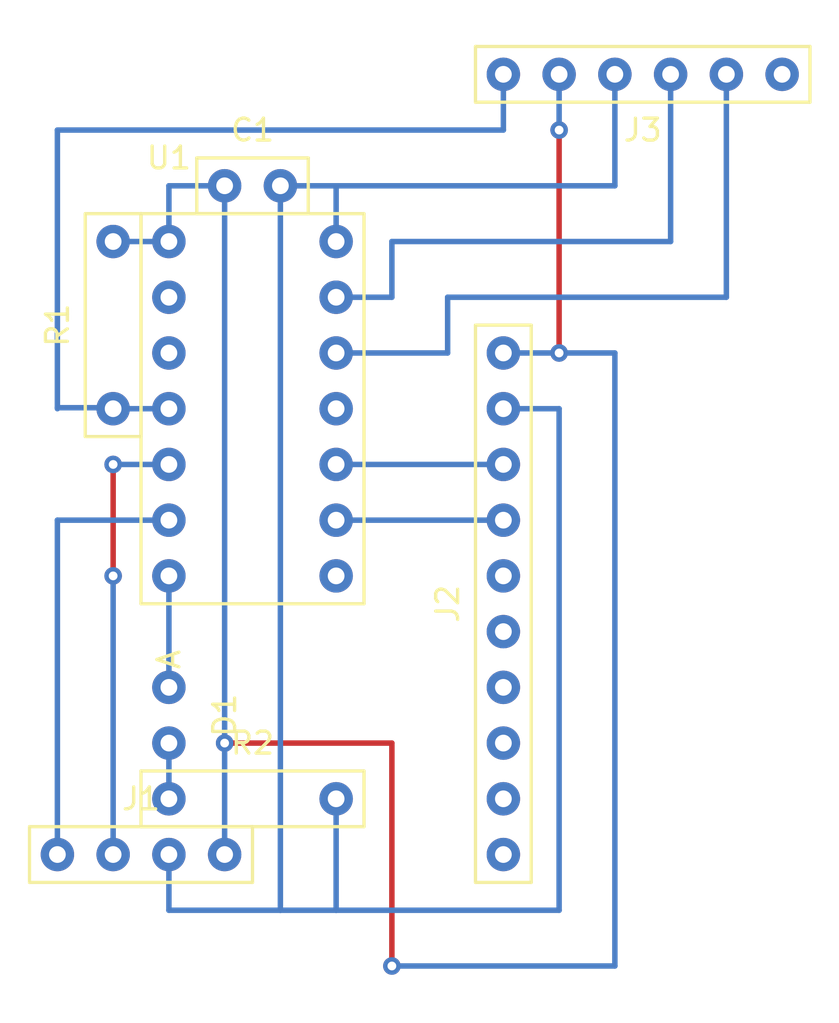
<source format=kicad_pcb>
(kicad_pcb (version 20171130) (host pcbnew "(5.1.6)-1")

  (general
    (thickness 1.6)
    (drawings 4)
    (tracks 54)
    (zones 0)
    (modules 8)
    (nets 23)
  )

  (page A4)
  (layers
    (0 F.Cu signal)
    (31 B.Cu signal)
    (32 B.Adhes user)
    (33 F.Adhes user)
    (34 B.Paste user)
    (35 F.Paste user)
    (36 B.SilkS user)
    (37 F.SilkS user)
    (38 B.Mask user)
    (39 F.Mask user)
    (40 Dwgs.User user)
    (41 Cmts.User user)
    (42 Eco1.User user)
    (43 Eco2.User user)
    (44 Edge.Cuts user)
    (45 Margin user)
    (46 B.CrtYd user)
    (47 F.CrtYd user)
    (48 B.Fab user)
    (49 F.Fab user)
  )

  (setup
    (last_trace_width 0.25)
    (trace_clearance 0.2)
    (zone_clearance 0.508)
    (zone_45_only no)
    (trace_min 0.2)
    (via_size 0.8)
    (via_drill 0.4)
    (via_min_size 0.4)
    (via_min_drill 0.3)
    (uvia_size 0.3)
    (uvia_drill 0.1)
    (uvias_allowed no)
    (uvia_min_size 0.2)
    (uvia_min_drill 0.1)
    (edge_width 0.05)
    (segment_width 0.2)
    (pcb_text_width 0.3)
    (pcb_text_size 1.5 1.5)
    (mod_edge_width 0.12)
    (mod_text_size 1 1)
    (mod_text_width 0.15)
    (pad_size 1.524 1.524)
    (pad_drill 0.762)
    (pad_to_mask_clearance 0.05)
    (aux_axis_origin 0 0)
    (visible_elements FFFFFF7F)
    (pcbplotparams
      (layerselection 0x010fc_ffffffff)
      (usegerberextensions false)
      (usegerberattributes true)
      (usegerberadvancedattributes true)
      (creategerberjobfile true)
      (excludeedgelayer true)
      (linewidth 0.100000)
      (plotframeref false)
      (viasonmask false)
      (mode 1)
      (useauxorigin false)
      (hpglpennumber 1)
      (hpglpenspeed 20)
      (hpglpendiameter 15.000000)
      (psnegative false)
      (psa4output false)
      (plotreference true)
      (plotvalue true)
      (plotinvisibletext false)
      (padsonsilk false)
      (subtractmaskfromsilk false)
      (outputformat 1)
      (mirror false)
      (drillshape 1)
      (scaleselection 1)
      (outputdirectory ""))
  )

  (net 0 "")
  (net 1 GND)
  (net 2 +5V)
  (net 3 "Net-(D1-Pad1)")
  (net 4 "Net-(D1-Pad2)")
  (net 5 RX)
  (net 6 TX)
  (net 7 "Net-(J2-Pad3)")
  (net 8 "Net-(J2-Pad4)")
  (net 9 "Net-(J2-Pad5)")
  (net 10 "Net-(J2-Pad6)")
  (net 11 "Net-(J2-Pad7)")
  (net 12 "Net-(J2-Pad8)")
  (net 13 "Net-(J2-Pad9)")
  (net 14 "Net-(J2-Pad10)")
  (net 15 "Net-(J3-Pad1)")
  (net 16 "Net-(J3-Pad4)")
  (net 17 "Net-(J3-Pad5)")
  (net 18 "Net-(J3-Pad6)")
  (net 19 "Net-(U1-Pad2)")
  (net 20 "Net-(U1-Pad3)")
  (net 21 "Net-(U1-Pad11)")
  (net 22 "Net-(U1-Pad8)")

  (net_class Default "This is the default net class."
    (clearance 0.2)
    (trace_width 0.25)
    (via_dia 0.8)
    (via_drill 0.4)
    (uvia_dia 0.3)
    (uvia_drill 0.1)
    (add_net +5V)
    (add_net GND)
    (add_net "Net-(D1-Pad1)")
    (add_net "Net-(D1-Pad2)")
    (add_net "Net-(J2-Pad10)")
    (add_net "Net-(J2-Pad3)")
    (add_net "Net-(J2-Pad4)")
    (add_net "Net-(J2-Pad5)")
    (add_net "Net-(J2-Pad6)")
    (add_net "Net-(J2-Pad7)")
    (add_net "Net-(J2-Pad8)")
    (add_net "Net-(J2-Pad9)")
    (add_net "Net-(J3-Pad1)")
    (add_net "Net-(J3-Pad4)")
    (add_net "Net-(J3-Pad5)")
    (add_net "Net-(J3-Pad6)")
    (add_net "Net-(U1-Pad11)")
    (add_net "Net-(U1-Pad2)")
    (add_net "Net-(U1-Pad3)")
    (add_net "Net-(U1-Pad8)")
    (add_net RX)
    (add_net TX)
  )

  (module pic16f1:LED (layer F.Cu) (tedit 5B458FF7) (tstamp 5F468596)
    (at 134.62 110.49 90)
    (path /5F3277AB)
    (fp_text reference D1 (at 0 2.54 90) (layer F.SilkS)
      (effects (font (size 1 1) (thickness 0.15)))
    )
    (fp_text value LED (at 0 -2.54 90) (layer F.Fab)
      (effects (font (size 1 1) (thickness 0.15)))
    )
    (fp_text user A (at 2.54 0 90) (layer F.SilkS)
      (effects (font (size 1 1) (thickness 0.15)))
    )
    (pad 1 thru_hole circle (at -1.27 0 90) (size 1.524 1.524) (drill 0.762) (layers *.Cu *.Mask)
      (net 3 "Net-(D1-Pad1)"))
    (pad 2 thru_hole circle (at 1.27 0 90) (size 1.524 1.524) (drill 0.762) (layers *.Cu *.Mask)
      (net 4 "Net-(D1-Pad2)"))
  )

  (module pic16f1:Capacitor (layer F.Cu) (tedit 5B459378) (tstamp 5F468A1B)
    (at 138.43 86.36 180)
    (path /5F326DD0)
    (fp_text reference C1 (at 0 2.54) (layer F.SilkS)
      (effects (font (size 1 1) (thickness 0.15)))
    )
    (fp_text value 0.1uF (at 0 -2.54) (layer F.Fab)
      (effects (font (size 1 1) (thickness 0.15)))
    )
    (fp_line (start 2.54 -1.27) (end -2.54 -1.27) (layer F.SilkS) (width 0.15))
    (fp_line (start 2.54 1.27) (end 2.54 -1.27) (layer F.SilkS) (width 0.15))
    (fp_line (start -2.54 1.27) (end 2.54 1.27) (layer F.SilkS) (width 0.15))
    (fp_line (start -2.54 -1.27) (end -2.54 1.27) (layer F.SilkS) (width 0.15))
    (pad 1 thru_hole circle (at -1.27 0 180) (size 1.524 1.524) (drill 0.762) (layers *.Cu *.Mask)
      (net 1 GND))
    (pad 2 thru_hole circle (at 1.27 0 180) (size 1.524 1.524) (drill 0.762) (layers *.Cu *.Mask)
      (net 2 +5V))
  )

  (module mcu:pin-socket-4p (layer F.Cu) (tedit 5B668240) (tstamp 5F4689CE)
    (at 133.35 116.84 180)
    (path /5F3298AC)
    (fp_text reference J1 (at 0 2.54) (layer F.SilkS)
      (effects (font (size 1 1) (thickness 0.15)))
    )
    (fp_text value Conn_01x04 (at 0 -2.54) (layer F.Fab)
      (effects (font (size 1 1) (thickness 0.15)))
    )
    (fp_line (start 5.08 -1.27) (end -5.08 -1.27) (layer F.SilkS) (width 0.15))
    (fp_line (start 5.08 1.27) (end 5.08 -1.27) (layer F.SilkS) (width 0.15))
    (fp_line (start -5.08 1.27) (end 5.08 1.27) (layer F.SilkS) (width 0.15))
    (fp_line (start -5.08 -1.27) (end -5.08 1.27) (layer F.SilkS) (width 0.15))
    (pad 1 thru_hole circle (at -3.81 0 180) (size 1.524 1.524) (drill 0.762) (layers *.Cu *.Mask)
      (net 2 +5V))
    (pad 2 thru_hole circle (at -1.27 0 180) (size 1.524 1.524) (drill 0.762) (layers *.Cu *.Mask)
      (net 1 GND))
    (pad 3 thru_hole circle (at 1.27 0 180) (size 1.524 1.524) (drill 0.762) (layers *.Cu *.Mask)
      (net 5 RX))
    (pad 4 thru_hole circle (at 3.81 0 180) (size 1.524 1.524) (drill 0.762) (layers *.Cu *.Mask)
      (net 6 TX))
  )

  (module "mcu:Pin Header 10P" (layer F.Cu) (tedit 5B459280) (tstamp 5F468C73)
    (at 149.86 105.41 270)
    (path /5F33B501)
    (fp_text reference J2 (at 0 2.54 90) (layer F.SilkS)
      (effects (font (size 1 1) (thickness 0.15)))
    )
    (fp_text value Conn_01x10 (at 0 -2.54 90) (layer F.Fab)
      (effects (font (size 1 1) (thickness 0.15)))
    )
    (fp_line (start 12.7 -1.27) (end -12.7 -1.27) (layer F.SilkS) (width 0.15))
    (fp_line (start 12.7 1.27) (end 12.7 -1.27) (layer F.SilkS) (width 0.15))
    (fp_line (start -12.7 1.27) (end 12.7 1.27) (layer F.SilkS) (width 0.15))
    (fp_line (start -12.7 -1.27) (end -12.7 1.27) (layer F.SilkS) (width 0.15))
    (pad 1 thru_hole circle (at -11.43 0 270) (size 1.524 1.524) (drill 0.762) (layers *.Cu *.Mask)
      (net 2 +5V))
    (pad 2 thru_hole circle (at -8.89 0 270) (size 1.524 1.524) (drill 0.762) (layers *.Cu *.Mask)
      (net 1 GND))
    (pad 3 thru_hole circle (at -6.35 0 270) (size 1.524 1.524) (drill 0.762) (layers *.Cu *.Mask)
      (net 7 "Net-(J2-Pad3)"))
    (pad 4 thru_hole circle (at -3.81 0 270) (size 1.524 1.524) (drill 0.762) (layers *.Cu *.Mask)
      (net 8 "Net-(J2-Pad4)"))
    (pad 5 thru_hole circle (at -1.27 0 270) (size 1.524 1.524) (drill 0.762) (layers *.Cu *.Mask)
      (net 9 "Net-(J2-Pad5)"))
    (pad 6 thru_hole circle (at 1.27 0 270) (size 1.524 1.524) (drill 0.762) (layers *.Cu *.Mask)
      (net 10 "Net-(J2-Pad6)"))
    (pad 7 thru_hole circle (at 3.81 0 270) (size 1.524 1.524) (drill 0.762) (layers *.Cu *.Mask)
      (net 11 "Net-(J2-Pad7)"))
    (pad 8 thru_hole circle (at 6.35 0 270) (size 1.524 1.524) (drill 0.762) (layers *.Cu *.Mask)
      (net 12 "Net-(J2-Pad8)"))
    (pad 9 thru_hole circle (at 8.89 0 270) (size 1.524 1.524) (drill 0.762) (layers *.Cu *.Mask)
      (net 13 "Net-(J2-Pad9)"))
    (pad 10 thru_hole circle (at 11.43 0 270) (size 1.524 1.524) (drill 0.762) (layers *.Cu *.Mask)
      (net 14 "Net-(J2-Pad10)"))
  )

  (module pic16f1:Register (layer F.Cu) (tedit 5B472301) (tstamp 5F4685D6)
    (at 132.08 92.71 90)
    (path /5F325C35)
    (fp_text reference R1 (at 0 -2.54 90) (layer F.SilkS)
      (effects (font (size 1 1) (thickness 0.15)))
    )
    (fp_text value 51k (at 0 2.54 90) (layer F.Fab)
      (effects (font (size 1 1) (thickness 0.15)))
    )
    (fp_line (start 5.08 1.27) (end 5.08 -1.27) (layer F.SilkS) (width 0.15))
    (fp_line (start -5.08 1.27) (end 5.08 1.27) (layer F.SilkS) (width 0.15))
    (fp_line (start -5.08 -1.27) (end -5.08 1.27) (layer F.SilkS) (width 0.15))
    (fp_line (start -5.08 -1.27) (end 5.08 -1.27) (layer F.SilkS) (width 0.15))
    (pad 1 thru_hole circle (at -3.81 0 90) (size 1.524 1.524) (drill 0.762) (layers *.Cu *.Mask)
      (net 15 "Net-(J3-Pad1)"))
    (pad 2 thru_hole circle (at 3.81 0 90) (size 1.524 1.524) (drill 0.762) (layers *.Cu *.Mask)
      (net 2 +5V))
  )

  (module pic16f1:Register (layer F.Cu) (tedit 5B472301) (tstamp 5F4685E0)
    (at 138.43 114.3)
    (path /5F328950)
    (fp_text reference R2 (at 0 -2.54) (layer F.SilkS)
      (effects (font (size 1 1) (thickness 0.15)))
    )
    (fp_text value 1k (at 0 2.54) (layer F.Fab)
      (effects (font (size 1 1) (thickness 0.15)))
    )
    (fp_line (start -5.08 -1.27) (end 5.08 -1.27) (layer F.SilkS) (width 0.15))
    (fp_line (start -5.08 -1.27) (end -5.08 1.27) (layer F.SilkS) (width 0.15))
    (fp_line (start -5.08 1.27) (end 5.08 1.27) (layer F.SilkS) (width 0.15))
    (fp_line (start 5.08 1.27) (end 5.08 -1.27) (layer F.SilkS) (width 0.15))
    (pad 2 thru_hole circle (at 3.81 0) (size 1.524 1.524) (drill 0.762) (layers *.Cu *.Mask)
      (net 1 GND))
    (pad 1 thru_hole circle (at -3.81 0) (size 1.524 1.524) (drill 0.762) (layers *.Cu *.Mask)
      (net 3 "Net-(D1-Pad1)"))
  )

  (module pic16f1:ic-pinsocket-14pins (layer F.Cu) (tedit 5AC46BA4) (tstamp 5F4685F6)
    (at 138.43 96.52)
    (path /5F324826)
    (fp_text reference U1 (at -3.81 -11.43) (layer F.SilkS)
      (effects (font (size 1 1) (thickness 0.15)))
    )
    (fp_text value pic16f1825 (at 0 -10.16) (layer F.Fab)
      (effects (font (size 1 1) (thickness 0.15)))
    )
    (fp_line (start -5.08 8.89) (end -5.08 -8.89) (layer F.SilkS) (width 0.15))
    (fp_line (start 5.08 8.89) (end -5.08 8.89) (layer F.SilkS) (width 0.15))
    (fp_line (start 5.08 -8.89) (end 5.08 8.89) (layer F.SilkS) (width 0.15))
    (fp_line (start -5.08 -8.89) (end 5.08 -8.89) (layer F.SilkS) (width 0.15))
    (pad 1 thru_hole circle (at -3.81 -7.62) (size 1.524 1.524) (drill 0.762) (layers *.Cu *.Mask)
      (net 2 +5V))
    (pad 14 thru_hole circle (at 3.81 -7.62) (size 1.524 1.524) (drill 0.762) (layers *.Cu *.Mask)
      (net 1 GND))
    (pad 2 thru_hole circle (at -3.81 -5.08) (size 1.524 1.524) (drill 0.762) (layers *.Cu *.Mask)
      (net 19 "Net-(U1-Pad2)"))
    (pad 13 thru_hole circle (at 3.81 -5.08) (size 1.524 1.524) (drill 0.762) (layers *.Cu *.Mask)
      (net 16 "Net-(J3-Pad4)"))
    (pad 3 thru_hole circle (at -3.81 -2.54) (size 1.524 1.524) (drill 0.762) (layers *.Cu *.Mask)
      (net 20 "Net-(U1-Pad3)"))
    (pad 12 thru_hole circle (at 3.81 -2.54) (size 1.524 1.524) (drill 0.762) (layers *.Cu *.Mask)
      (net 17 "Net-(J3-Pad5)"))
    (pad 4 thru_hole circle (at -3.81 0) (size 1.524 1.524) (drill 0.762) (layers *.Cu *.Mask)
      (net 15 "Net-(J3-Pad1)"))
    (pad 11 thru_hole circle (at 3.81 0) (size 1.524 1.524) (drill 0.762) (layers *.Cu *.Mask)
      (net 21 "Net-(U1-Pad11)"))
    (pad 5 thru_hole circle (at -3.81 2.54) (size 1.524 1.524) (drill 0.762) (layers *.Cu *.Mask)
      (net 5 RX))
    (pad 10 thru_hole circle (at 3.81 2.54) (size 1.524 1.524) (drill 0.762) (layers *.Cu *.Mask)
      (net 7 "Net-(J2-Pad3)"))
    (pad 6 thru_hole circle (at -3.81 5.08) (size 1.524 1.524) (drill 0.762) (layers *.Cu *.Mask)
      (net 6 TX))
    (pad 9 thru_hole circle (at 3.81 5.08) (size 1.524 1.524) (drill 0.762) (layers *.Cu *.Mask)
      (net 8 "Net-(J2-Pad4)"))
    (pad 7 thru_hole circle (at -3.81 7.62) (size 1.524 1.524) (drill 0.762) (layers *.Cu *.Mask)
      (net 4 "Net-(D1-Pad2)"))
    (pad 8 thru_hole circle (at 3.81 7.62) (size 1.524 1.524) (drill 0.762) (layers *.Cu *.Mask)
      (net 22 "Net-(U1-Pad8)"))
  )

  (module "mcu:Pin Header 6P" (layer F.Cu) (tedit 5B459186) (tstamp 5F468D34)
    (at 156.21 81.28)
    (path /5F4A345B)
    (fp_text reference J3 (at 0 2.54) (layer F.SilkS)
      (effects (font (size 1 1) (thickness 0.15)))
    )
    (fp_text value Conn_01x06 (at 0 -2.54) (layer F.Fab)
      (effects (font (size 1 1) (thickness 0.15)))
    )
    (fp_line (start 7.62 -1.27) (end -7.62 -1.27) (layer F.SilkS) (width 0.15))
    (fp_line (start 7.62 1.27) (end 7.62 -1.27) (layer F.SilkS) (width 0.15))
    (fp_line (start -7.62 1.27) (end 7.62 1.27) (layer F.SilkS) (width 0.15))
    (fp_line (start -7.62 -1.27) (end -7.62 1.27) (layer F.SilkS) (width 0.15))
    (pad 1 thru_hole circle (at -6.35 0) (size 1.524 1.524) (drill 0.762) (layers *.Cu *.Mask)
      (net 15 "Net-(J3-Pad1)"))
    (pad 2 thru_hole circle (at -3.81 0) (size 1.524 1.524) (drill 0.762) (layers *.Cu *.Mask)
      (net 2 +5V))
    (pad 3 thru_hole circle (at -1.27 0) (size 1.524 1.524) (drill 0.762) (layers *.Cu *.Mask)
      (net 1 GND))
    (pad 4 thru_hole circle (at 1.27 0) (size 1.524 1.524) (drill 0.762) (layers *.Cu *.Mask)
      (net 16 "Net-(J3-Pad4)"))
    (pad 5 thru_hole circle (at 3.81 0) (size 1.524 1.524) (drill 0.762) (layers *.Cu *.Mask)
      (net 17 "Net-(J3-Pad5)"))
    (pad 6 thru_hole circle (at 6.35 0) (size 1.524 1.524) (drill 0.762) (layers *.Cu *.Mask)
      (net 18 "Net-(J3-Pad6)"))
  )

  (gr_line (start 165.1 78.74) (end 127 78.74) (layer Dwgs.User) (width 0.15) (tstamp 5F4678E6))
  (gr_line (start 165.1 124.46) (end 165.1 78.74) (layer Dwgs.User) (width 0.15) (tstamp 5F4678DD))
  (gr_line (start 127 124.46) (end 165.1 124.46) (layer Dwgs.User) (width 0.15) (tstamp 5F4678E0))
  (gr_line (start 127 78.74) (end 127 124.46) (layer Dwgs.User) (width 0.15) (tstamp 5F4678E3))

  (segment (start 139.7 86.36) (end 142.24 86.36) (width 0.25) (layer B.Cu) (net 1))
  (segment (start 142.24 86.36) (end 142.24 88.9) (width 0.25) (layer B.Cu) (net 1))
  (segment (start 139.7 86.36) (end 139.7 119.38) (width 0.25) (layer B.Cu) (net 1))
  (segment (start 139.7 119.38) (end 134.62 119.38) (width 0.25) (layer B.Cu) (net 1))
  (segment (start 134.62 119.38) (end 134.62 116.84) (width 0.25) (layer B.Cu) (net 1))
  (segment (start 142.24 114.3) (end 142.24 119.38) (width 0.25) (layer B.Cu) (net 1))
  (segment (start 142.24 119.38) (end 139.7 119.38) (width 0.25) (layer B.Cu) (net 1))
  (segment (start 142.24 86.36) (end 154.94 86.36) (width 0.25) (layer B.Cu) (net 1))
  (segment (start 154.94 86.36) (end 154.94 81.28) (width 0.25) (layer B.Cu) (net 1))
  (segment (start 149.86 96.52) (end 152.4 96.52) (width 0.25) (layer B.Cu) (net 1))
  (segment (start 152.4 96.52) (end 152.4 119.38) (width 0.25) (layer B.Cu) (net 1))
  (segment (start 152.4 119.38) (end 142.24 119.38) (width 0.25) (layer B.Cu) (net 1))
  (segment (start 134.62 88.9) (end 134.62 86.36) (width 0.25) (layer B.Cu) (net 2))
  (segment (start 134.62 86.36) (end 137.16 86.36) (width 0.25) (layer B.Cu) (net 2))
  (segment (start 132.035001 88.855001) (end 132.08 88.9) (width 0.25) (layer B.Cu) (net 2))
  (segment (start 132.08 88.9) (end 134.62 88.9) (width 0.25) (layer B.Cu) (net 2))
  (via (at 137.16 111.76) (size 0.8) (drill 0.4) (layers F.Cu B.Cu) (net 2))
  (segment (start 137.16 111.76) (end 137.16 116.84) (width 0.25) (layer B.Cu) (net 2))
  (segment (start 137.16 86.36) (end 137.16 111.76) (width 0.25) (layer B.Cu) (net 2))
  (segment (start 137.16 111.76) (end 144.78 111.76) (width 0.25) (layer F.Cu) (net 2))
  (segment (start 144.78 111.76) (end 144.78 121.92) (width 0.25) (layer F.Cu) (net 2))
  (via (at 144.78 121.92) (size 0.8) (drill 0.4) (layers F.Cu B.Cu) (net 2))
  (segment (start 144.78 121.92) (end 154.94 121.92) (width 0.25) (layer B.Cu) (net 2))
  (segment (start 154.94 121.92) (end 154.94 93.98) (width 0.25) (layer B.Cu) (net 2))
  (segment (start 154.94 93.98) (end 149.86 93.98) (width 0.25) (layer B.Cu) (net 2))
  (segment (start 152.4 81.28) (end 152.4 83.82) (width 0.25) (layer B.Cu) (net 2))
  (via (at 152.4 83.82) (size 0.8) (drill 0.4) (layers F.Cu B.Cu) (net 2))
  (segment (start 152.4 83.82) (end 152.4 93.98) (width 0.25) (layer F.Cu) (net 2))
  (via (at 152.4 93.98) (size 0.8) (drill 0.4) (layers F.Cu B.Cu) (net 2))
  (segment (start 134.62 111.76) (end 134.62 114.3) (width 0.25) (layer B.Cu) (net 3))
  (segment (start 134.62 104.14) (end 134.62 109.22) (width 0.25) (layer B.Cu) (net 4))
  (segment (start 134.62 99.06) (end 132.08 99.06) (width 0.25) (layer B.Cu) (net 5))
  (via (at 132.08 99.06) (size 0.8) (drill 0.4) (layers F.Cu B.Cu) (net 5))
  (segment (start 132.08 99.06) (end 132.08 104.14) (width 0.25) (layer F.Cu) (net 5))
  (via (at 132.08 104.14) (size 0.8) (drill 0.4) (layers F.Cu B.Cu) (net 5))
  (segment (start 132.08 104.14) (end 132.08 116.84) (width 0.25) (layer B.Cu) (net 5))
  (segment (start 134.62 101.6) (end 129.54 101.6) (width 0.25) (layer B.Cu) (net 6))
  (segment (start 129.54 101.6) (end 129.54 116.84) (width 0.25) (layer B.Cu) (net 6))
  (segment (start 142.24 99.06) (end 149.86 99.06) (width 0.25) (layer B.Cu) (net 7))
  (segment (start 142.24 101.6) (end 149.86 101.6) (width 0.25) (layer B.Cu) (net 8))
  (segment (start 132.035001 96.475001) (end 132.08 96.52) (width 0.25) (layer B.Cu) (net 15))
  (segment (start 129.54 96.475001) (end 132.035001 96.475001) (width 0.25) (layer B.Cu) (net 15))
  (segment (start 132.08 96.52) (end 134.62 96.52) (width 0.25) (layer B.Cu) (net 15))
  (segment (start 149.86 81.28) (end 149.86 83.82) (width 0.25) (layer B.Cu) (net 15))
  (segment (start 129.54 83.82) (end 129.54 96.52) (width 0.25) (layer B.Cu) (net 15))
  (segment (start 149.86 83.82) (end 129.54 83.82) (width 0.25) (layer B.Cu) (net 15))
  (segment (start 142.24 91.44) (end 144.78 91.44) (width 0.25) (layer B.Cu) (net 16))
  (segment (start 144.78 91.44) (end 144.78 88.9) (width 0.25) (layer B.Cu) (net 16))
  (segment (start 144.78 88.9) (end 157.48 88.9) (width 0.25) (layer B.Cu) (net 16))
  (segment (start 157.48 88.9) (end 157.48 81.28) (width 0.25) (layer B.Cu) (net 16))
  (segment (start 142.24 93.98) (end 147.32 93.98) (width 0.25) (layer B.Cu) (net 17))
  (segment (start 147.32 93.98) (end 147.32 91.44) (width 0.25) (layer B.Cu) (net 17))
  (segment (start 147.32 91.44) (end 160.02 91.44) (width 0.25) (layer B.Cu) (net 17))
  (segment (start 160.02 91.44) (end 160.02 81.28) (width 0.25) (layer B.Cu) (net 17))

)

</source>
